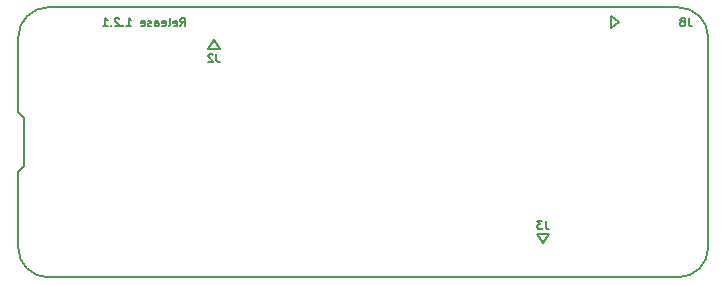
<source format=gbr>
G04 #@! TF.GenerationSoftware,KiCad,Pcbnew,5.1.5+dfsg1-2~bpo10+1*
G04 #@! TF.CreationDate,2020-05-12T19:04:25+02:00*
G04 #@! TF.ProjectId,quickfeather-board,71756963-6b66-4656-9174-6865722d626f,rev?*
G04 #@! TF.SameCoordinates,Original*
G04 #@! TF.FileFunction,Legend,Bot*
G04 #@! TF.FilePolarity,Positive*
%FSLAX46Y46*%
G04 Gerber Fmt 4.6, Leading zero omitted, Abs format (unit mm)*
G04 Created by KiCad (PCBNEW 5.1.5+dfsg1-2~bpo10+1) date 2020-05-12 19:04:25*
%MOMM*%
%LPD*%
G04 APERTURE LIST*
%ADD10C,0.150000*%
G04 APERTURE END LIST*
D10*
X173265300Y-95351700D02*
X173265300Y-94331700D01*
X173265300Y-94331700D02*
X173985300Y-94831700D01*
X173985300Y-94831700D02*
X173265300Y-95351700D01*
X139150300Y-97081700D02*
X139650300Y-96361700D01*
X140170300Y-97081700D02*
X139150300Y-97081700D01*
X139650300Y-96361700D02*
X140170300Y-97081700D01*
X168040300Y-112771700D02*
X167540300Y-113491700D01*
X167020300Y-112771700D02*
X168040300Y-112771700D01*
X167540300Y-113491700D02*
X167020300Y-112771700D01*
X167756133Y-111648366D02*
X167756133Y-112148366D01*
X167789466Y-112248366D01*
X167856133Y-112315033D01*
X167956133Y-112348366D01*
X168022800Y-112348366D01*
X167489466Y-111648366D02*
X167056133Y-111648366D01*
X167289466Y-111915033D01*
X167189466Y-111915033D01*
X167122800Y-111948366D01*
X167089466Y-111981700D01*
X167056133Y-112048366D01*
X167056133Y-112215033D01*
X167089466Y-112281700D01*
X167122800Y-112315033D01*
X167189466Y-112348366D01*
X167389466Y-112348366D01*
X167456133Y-112315033D01*
X167489466Y-112281700D01*
X179866133Y-94468366D02*
X179866133Y-94968366D01*
X179899466Y-95068366D01*
X179966133Y-95135033D01*
X180066133Y-95168366D01*
X180132800Y-95168366D01*
X179432800Y-94768366D02*
X179499466Y-94735033D01*
X179532800Y-94701700D01*
X179566133Y-94635033D01*
X179566133Y-94601700D01*
X179532800Y-94535033D01*
X179499466Y-94501700D01*
X179432800Y-94468366D01*
X179299466Y-94468366D01*
X179232800Y-94501700D01*
X179199466Y-94535033D01*
X179166133Y-94601700D01*
X179166133Y-94635033D01*
X179199466Y-94701700D01*
X179232800Y-94735033D01*
X179299466Y-94768366D01*
X179432800Y-94768366D01*
X179499466Y-94801700D01*
X179532800Y-94835033D01*
X179566133Y-94901700D01*
X179566133Y-95035033D01*
X179532800Y-95101700D01*
X179499466Y-95135033D01*
X179432800Y-95168366D01*
X179299466Y-95168366D01*
X179232800Y-95135033D01*
X179199466Y-95101700D01*
X179166133Y-95035033D01*
X179166133Y-94901700D01*
X179199466Y-94835033D01*
X179232800Y-94801700D01*
X179299466Y-94768366D01*
X139881133Y-97518366D02*
X139881133Y-98018366D01*
X139914466Y-98118366D01*
X139981133Y-98185033D01*
X140081133Y-98218366D01*
X140147800Y-98218366D01*
X139581133Y-97585033D02*
X139547800Y-97551700D01*
X139481133Y-97518366D01*
X139314466Y-97518366D01*
X139247800Y-97551700D01*
X139214466Y-97585033D01*
X139181133Y-97651700D01*
X139181133Y-97718366D01*
X139214466Y-97818366D01*
X139614466Y-98218366D01*
X139181133Y-98218366D01*
X136831133Y-95168366D02*
X137064466Y-94835033D01*
X137231133Y-95168366D02*
X137231133Y-94468366D01*
X136964466Y-94468366D01*
X136897800Y-94501700D01*
X136864466Y-94535033D01*
X136831133Y-94601700D01*
X136831133Y-94701700D01*
X136864466Y-94768366D01*
X136897800Y-94801700D01*
X136964466Y-94835033D01*
X137231133Y-94835033D01*
X136264466Y-95135033D02*
X136331133Y-95168366D01*
X136464466Y-95168366D01*
X136531133Y-95135033D01*
X136564466Y-95068366D01*
X136564466Y-94801700D01*
X136531133Y-94735033D01*
X136464466Y-94701700D01*
X136331133Y-94701700D01*
X136264466Y-94735033D01*
X136231133Y-94801700D01*
X136231133Y-94868366D01*
X136564466Y-94935033D01*
X135831133Y-95168366D02*
X135897800Y-95135033D01*
X135931133Y-95068366D01*
X135931133Y-94468366D01*
X135297800Y-95135033D02*
X135364466Y-95168366D01*
X135497800Y-95168366D01*
X135564466Y-95135033D01*
X135597800Y-95068366D01*
X135597800Y-94801700D01*
X135564466Y-94735033D01*
X135497800Y-94701700D01*
X135364466Y-94701700D01*
X135297800Y-94735033D01*
X135264466Y-94801700D01*
X135264466Y-94868366D01*
X135597800Y-94935033D01*
X134664466Y-95168366D02*
X134664466Y-94801700D01*
X134697800Y-94735033D01*
X134764466Y-94701700D01*
X134897800Y-94701700D01*
X134964466Y-94735033D01*
X134664466Y-95135033D02*
X134731133Y-95168366D01*
X134897800Y-95168366D01*
X134964466Y-95135033D01*
X134997800Y-95068366D01*
X134997800Y-95001700D01*
X134964466Y-94935033D01*
X134897800Y-94901700D01*
X134731133Y-94901700D01*
X134664466Y-94868366D01*
X134364466Y-95135033D02*
X134297800Y-95168366D01*
X134164466Y-95168366D01*
X134097800Y-95135033D01*
X134064466Y-95068366D01*
X134064466Y-95035033D01*
X134097800Y-94968366D01*
X134164466Y-94935033D01*
X134264466Y-94935033D01*
X134331133Y-94901700D01*
X134364466Y-94835033D01*
X134364466Y-94801700D01*
X134331133Y-94735033D01*
X134264466Y-94701700D01*
X134164466Y-94701700D01*
X134097800Y-94735033D01*
X133497800Y-95135033D02*
X133564466Y-95168366D01*
X133697800Y-95168366D01*
X133764466Y-95135033D01*
X133797800Y-95068366D01*
X133797800Y-94801700D01*
X133764466Y-94735033D01*
X133697800Y-94701700D01*
X133564466Y-94701700D01*
X133497800Y-94735033D01*
X133464466Y-94801700D01*
X133464466Y-94868366D01*
X133797800Y-94935033D01*
X132264466Y-95168366D02*
X132664466Y-95168366D01*
X132464466Y-95168366D02*
X132464466Y-94468366D01*
X132531133Y-94568366D01*
X132597800Y-94635033D01*
X132664466Y-94668366D01*
X131964466Y-95101700D02*
X131931133Y-95135033D01*
X131964466Y-95168366D01*
X131997800Y-95135033D01*
X131964466Y-95101700D01*
X131964466Y-95168366D01*
X131664466Y-94535033D02*
X131631133Y-94501700D01*
X131564466Y-94468366D01*
X131397800Y-94468366D01*
X131331133Y-94501700D01*
X131297800Y-94535033D01*
X131264466Y-94601700D01*
X131264466Y-94668366D01*
X131297800Y-94768366D01*
X131697800Y-95168366D01*
X131264466Y-95168366D01*
X130964466Y-95101700D02*
X130931133Y-95135033D01*
X130964466Y-95168366D01*
X130997800Y-95135033D01*
X130964466Y-95101700D01*
X130964466Y-95168366D01*
X130264466Y-95168366D02*
X130664466Y-95168366D01*
X130464466Y-95168366D02*
X130464466Y-94468366D01*
X130531133Y-94568366D01*
X130597800Y-94635033D01*
X130664466Y-94668366D01*
X123101100Y-102463600D02*
X123609100Y-102971600D01*
X123609100Y-102971600D02*
X123609100Y-107035600D01*
X123609100Y-107035600D02*
X123101100Y-107543600D01*
X178981100Y-93573600D02*
G75*
G02X181521100Y-96113600I0J-2540000D01*
G01*
X181521100Y-113893600D02*
G75*
G02X178981100Y-116433600I-2540000J0D01*
G01*
X125641100Y-116433600D02*
X178981100Y-116433600D01*
X181521100Y-113893600D02*
X181521100Y-96113600D01*
X178981100Y-93573600D02*
X125641100Y-93573600D01*
X123101100Y-96113600D02*
G75*
G02X125641100Y-93573600I2540000J0D01*
G01*
X123101100Y-96113600D02*
X123101100Y-102463600D01*
X123101100Y-107543600D02*
X123101100Y-113893600D01*
X125641100Y-116433600D02*
G75*
G02X123101100Y-113893600I0J2540000D01*
G01*
M02*

</source>
